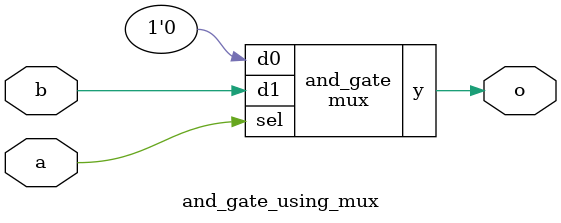
<source format=sv>

module mux
(
  input  d0, d1,
  input  sel,
  output y
);

  assign y = sel ? d1 : d0;

endmodule

//----------------------------------------------------------------------------
// Task
//----------------------------------------------------------------------------

module and_gate_using_mux
(
    input  a,
    input  b,
    output o
);

  // Task:
  // Implement and gate using instance(s) of mux,
  // constants 0 and 1, and wire connections

    // Таблица истинности для "И"
    // a b a&b
    // 0 0 0
    // 0 1 0
    // 1 0 0
    // 1 1 1

    // Это можно интерпретировать так:
    // a будет управляющим сигналом
    // Если а = 0, то на выходе всегда 0
    // Если a = 1, то на выходе b

    mux and_gate (
        .d0(1'b0),  // если a = 0, то выводим 0
        .d1(b),     // если a = 1, то выводим b
        .sel(a),    // на sel подаём a
        .y(o)       // 
    );



endmodule

</source>
